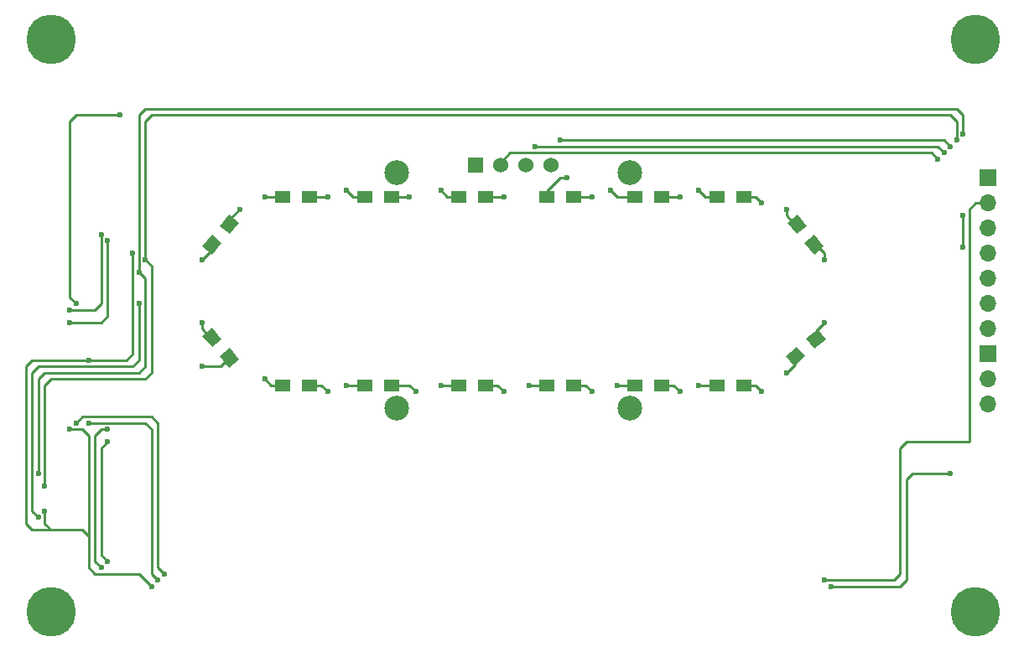
<source format=gtl>
G04 #@! TF.FileFunction,Copper,L1,Top,Signal*
%FSLAX46Y46*%
G04 Gerber Fmt 4.6, Leading zero omitted, Abs format (unit mm)*
G04 Created by KiCad (PCBNEW 4.0.7) date 02/09/20 20:32:46*
%MOMM*%
%LPD*%
G01*
G04 APERTURE LIST*
%ADD10C,0.100000*%
%ADD11C,2.500000*%
%ADD12R,1.524000X1.524000*%
%ADD13C,1.524000*%
%ADD14R,1.700000X1.700000*%
%ADD15O,1.700000X1.700000*%
%ADD16C,5.000000*%
%ADD17R,1.500000X1.300000*%
%ADD18C,0.600000*%
%ADD19C,0.250000*%
G04 APERTURE END LIST*
D10*
D11*
X132085000Y-118480000D03*
X108585000Y-118480000D03*
X132085000Y-94680000D03*
D12*
X116525000Y-93980000D03*
D13*
X119065000Y-93980000D03*
X121605000Y-93980000D03*
X124145000Y-93980000D03*
D11*
X108585000Y-94680000D03*
D14*
X168275000Y-95250000D03*
D15*
X168275000Y-97790000D03*
X168275000Y-100330000D03*
X168275000Y-102870000D03*
X168275000Y-105410000D03*
X168275000Y-107950000D03*
X168275000Y-110490000D03*
D16*
X73660000Y-139065000D03*
X167005000Y-139065000D03*
X167005000Y-81280000D03*
X73660000Y-81280000D03*
D14*
X168275000Y-113030000D03*
D15*
X168275000Y-115570000D03*
X168275000Y-118110000D03*
D17*
X140890000Y-116205000D03*
X143590000Y-116205000D03*
X132635000Y-116205000D03*
X135335000Y-116205000D03*
X123745000Y-116205000D03*
X126445000Y-116205000D03*
X114855000Y-116205000D03*
X117555000Y-116205000D03*
X105330000Y-116205000D03*
X108030000Y-116205000D03*
X97075000Y-116205000D03*
X99775000Y-116205000D03*
D10*
G36*
X88957217Y-111204119D02*
X89953075Y-110368495D01*
X90917257Y-111517561D01*
X89921399Y-112353185D01*
X88957217Y-111204119D01*
X88957217Y-111204119D01*
G37*
G36*
X90692743Y-113272439D02*
X91688601Y-112436815D01*
X92652783Y-113585881D01*
X91656925Y-114421505D01*
X90692743Y-113272439D01*
X90692743Y-113272439D01*
G37*
G36*
X91656925Y-98938495D02*
X92652783Y-99774119D01*
X91688601Y-100923185D01*
X90692743Y-100087561D01*
X91656925Y-98938495D01*
X91656925Y-98938495D01*
G37*
G36*
X89921399Y-101006815D02*
X90917257Y-101842439D01*
X89953075Y-102991505D01*
X88957217Y-102155881D01*
X89921399Y-101006815D01*
X89921399Y-101006815D01*
G37*
D17*
X99775000Y-97155000D03*
X97075000Y-97155000D03*
X108030000Y-97155000D03*
X105330000Y-97155000D03*
X117555000Y-97155000D03*
X114855000Y-97155000D03*
X126445000Y-97155000D03*
X123745000Y-97155000D03*
X135335000Y-97155000D03*
X132635000Y-97155000D03*
X143590000Y-97155000D03*
X140890000Y-97155000D03*
D10*
G36*
X151707783Y-102155881D02*
X150711925Y-102991505D01*
X149747743Y-101842439D01*
X150743601Y-101006815D01*
X151707783Y-102155881D01*
X151707783Y-102155881D01*
G37*
G36*
X149972257Y-100087561D02*
X148976399Y-100923185D01*
X148012217Y-99774119D01*
X149008075Y-98938495D01*
X149972257Y-100087561D01*
X149972257Y-100087561D01*
G37*
G36*
X148669119Y-114242783D02*
X147833495Y-113246925D01*
X148982561Y-112282743D01*
X149818185Y-113278601D01*
X148669119Y-114242783D01*
X148669119Y-114242783D01*
G37*
G36*
X150737439Y-112507257D02*
X149901815Y-111511399D01*
X151050881Y-110547217D01*
X151886505Y-111543075D01*
X150737439Y-112507257D01*
X150737439Y-112507257D01*
G37*
D18*
X130810000Y-116205000D03*
X92710000Y-98425000D03*
X101600000Y-97155000D03*
X88900000Y-109855000D03*
X95250000Y-115570000D03*
X109855000Y-97155000D03*
X103505000Y-116205000D03*
X113030000Y-116205000D03*
X121920000Y-116205000D03*
X119380000Y-97155000D03*
X128270000Y-97155000D03*
X137160000Y-97155000D03*
X147955000Y-114935000D03*
X145415000Y-97790000D03*
X151765000Y-103505000D03*
X139065000Y-116205000D03*
X164465000Y-92075000D03*
X125095000Y-91440000D03*
X163830000Y-92710000D03*
X122555000Y-92075000D03*
X163195000Y-93345000D03*
X81915000Y-102870000D03*
X77470000Y-113665000D03*
X75565000Y-120650000D03*
X152400000Y-136525000D03*
X73025000Y-128905000D03*
X83820000Y-136525000D03*
X164465000Y-125095000D03*
X145415000Y-116840000D03*
X137160000Y-116840000D03*
X77470000Y-120015000D03*
X84455000Y-135890000D03*
X151765000Y-135890000D03*
X165100000Y-91440000D03*
X83185000Y-103505000D03*
X73025000Y-126365000D03*
X165735000Y-99060000D03*
X165735000Y-90805000D03*
X165735000Y-102235000D03*
X82550000Y-104775000D03*
X72390000Y-125095000D03*
X76200000Y-120015000D03*
X85090000Y-135255000D03*
X78740000Y-134620000D03*
X79375000Y-120650000D03*
X128270000Y-116840000D03*
X119380000Y-116840000D03*
X110490000Y-116840000D03*
X101600000Y-116840000D03*
X88900000Y-114300000D03*
X88900000Y-103505000D03*
X79375000Y-133985000D03*
X79375000Y-121920000D03*
X82550000Y-107950000D03*
X72390000Y-129540000D03*
X95250000Y-97155000D03*
X103505000Y-96520000D03*
X113030000Y-96520000D03*
X125730000Y-95250000D03*
X130175000Y-96520000D03*
X139065000Y-96520000D03*
X147955000Y-98425000D03*
X151765000Y-109855000D03*
X76200000Y-107950000D03*
X80645000Y-88900000D03*
X79375000Y-101600000D03*
X75565000Y-109855000D03*
X78740000Y-100965000D03*
X75565000Y-108585000D03*
D19*
X132635000Y-116205000D02*
X130810000Y-116205000D01*
X91672763Y-99930840D02*
X91672763Y-99462237D01*
X91672763Y-99462237D02*
X92710000Y-98425000D01*
X99775000Y-97155000D02*
X101600000Y-97155000D01*
X89937237Y-111360840D02*
X89770840Y-111360840D01*
X89770840Y-111360840D02*
X88900000Y-110490000D01*
X88900000Y-110490000D02*
X88900000Y-109855000D01*
X97075000Y-116205000D02*
X95885000Y-116205000D01*
X95885000Y-116205000D02*
X95250000Y-115570000D01*
X108030000Y-97155000D02*
X109855000Y-97155000D01*
X105330000Y-116205000D02*
X103505000Y-116205000D01*
X114855000Y-116205000D02*
X113030000Y-116205000D01*
X123745000Y-116205000D02*
X121920000Y-116205000D01*
X117555000Y-97155000D02*
X119380000Y-97155000D01*
X126445000Y-97155000D02*
X128270000Y-97155000D01*
X135335000Y-97155000D02*
X137160000Y-97155000D01*
X148825840Y-113262763D02*
X148825840Y-114064160D01*
X148825840Y-114064160D02*
X147955000Y-114935000D01*
X143590000Y-97155000D02*
X144780000Y-97155000D01*
X144780000Y-97155000D02*
X145415000Y-97790000D01*
X150727763Y-101999160D02*
X150894160Y-101999160D01*
X150894160Y-101999160D02*
X151765000Y-102870000D01*
X151765000Y-102870000D02*
X151765000Y-103505000D01*
X140890000Y-116205000D02*
X139065000Y-116205000D01*
X163830000Y-91440000D02*
X164465000Y-92075000D01*
X158115000Y-91440000D02*
X163830000Y-91440000D01*
X125095000Y-91440000D02*
X136525000Y-91440000D01*
X158115000Y-91440000D02*
X136525000Y-91440000D01*
X157480000Y-92075000D02*
X163195000Y-92075000D01*
X122555000Y-92075000D02*
X131445000Y-92075000D01*
X157480000Y-92075000D02*
X131445000Y-92075000D01*
X163195000Y-92075000D02*
X163830000Y-92710000D01*
X157480000Y-92710000D02*
X162560000Y-92710000D01*
X119065000Y-93660000D02*
X120015000Y-92710000D01*
X120015000Y-92710000D02*
X135255000Y-92710000D01*
X157480000Y-92710000D02*
X135255000Y-92710000D01*
X162560000Y-92710000D02*
X163195000Y-93345000D01*
X119065000Y-93980000D02*
X119065000Y-93660000D01*
X77470000Y-113665000D02*
X81280000Y-113665000D01*
X81915000Y-113030000D02*
X81915000Y-102870000D01*
X81280000Y-113665000D02*
X81915000Y-113030000D01*
X71120000Y-114300000D02*
X71755000Y-113665000D01*
X71755000Y-113665000D02*
X77470000Y-113665000D01*
X73660000Y-130810000D02*
X71755000Y-130810000D01*
X71120000Y-130175000D02*
X71120000Y-114300000D01*
X71755000Y-130810000D02*
X71120000Y-130175000D01*
X73025000Y-130175000D02*
X73660000Y-130810000D01*
X76835000Y-130810000D02*
X77470000Y-131445000D01*
X73660000Y-130810000D02*
X76835000Y-130810000D01*
X78105000Y-135255000D02*
X77470000Y-134620000D01*
X77470000Y-134620000D02*
X77470000Y-131445000D01*
X77470000Y-131445000D02*
X77470000Y-121285000D01*
X77470000Y-121285000D02*
X76835000Y-120650000D01*
X76835000Y-120650000D02*
X75565000Y-120650000D01*
X152400000Y-136525000D02*
X159385000Y-136525000D01*
X159385000Y-136525000D02*
X160020000Y-135890000D01*
X160020000Y-135890000D02*
X160020000Y-125730000D01*
X73025000Y-128905000D02*
X73025000Y-130175000D01*
X78105000Y-135255000D02*
X82550000Y-135255000D01*
X82550000Y-135255000D02*
X83820000Y-136525000D01*
X160655000Y-125095000D02*
X160020000Y-125730000D01*
X164465000Y-125095000D02*
X160655000Y-125095000D01*
X143590000Y-116205000D02*
X144780000Y-116205000D01*
X144780000Y-116205000D02*
X145415000Y-116840000D01*
X135335000Y-116205000D02*
X136525000Y-116205000D01*
X136525000Y-116205000D02*
X137160000Y-116840000D01*
X159385000Y-122555000D02*
X160020000Y-121920000D01*
X166370000Y-98425000D02*
X167005000Y-97790000D01*
X166370000Y-121920000D02*
X166370000Y-98425000D01*
X160020000Y-121920000D02*
X166370000Y-121920000D01*
X77470000Y-120015000D02*
X83185000Y-120015000D01*
X83820000Y-135255000D02*
X84455000Y-135890000D01*
X83820000Y-120650000D02*
X83820000Y-135255000D01*
X83185000Y-120015000D02*
X83820000Y-120650000D01*
X167005000Y-97790000D02*
X168275000Y-97790000D01*
X159385000Y-135255000D02*
X159385000Y-122555000D01*
X158750000Y-135890000D02*
X159385000Y-135255000D01*
X151765000Y-135890000D02*
X158750000Y-135890000D01*
X163830000Y-88900000D02*
X164465000Y-88900000D01*
X164465000Y-88900000D02*
X165100000Y-89535000D01*
X165100000Y-89535000D02*
X165100000Y-91440000D01*
X83185000Y-100330000D02*
X83185000Y-89535000D01*
X83185000Y-103505000D02*
X83185000Y-100330000D01*
X83820000Y-88900000D02*
X163830000Y-88900000D01*
X83185000Y-89535000D02*
X83820000Y-88900000D01*
X82550000Y-115570000D02*
X83185000Y-115570000D01*
X83820000Y-104140000D02*
X83185000Y-103505000D01*
X83820000Y-114935000D02*
X83820000Y-104140000D01*
X83185000Y-115570000D02*
X83820000Y-114935000D01*
X73025000Y-116205000D02*
X73660000Y-115570000D01*
X73660000Y-115570000D02*
X82550000Y-115570000D01*
X73025000Y-116205000D02*
X73025000Y-126365000D01*
X164465000Y-88265000D02*
X165100000Y-88265000D01*
X165100000Y-88265000D02*
X165735000Y-88900000D01*
X165735000Y-88900000D02*
X165735000Y-90805000D01*
X164465000Y-88265000D02*
X136525000Y-88265000D01*
X82550000Y-88900000D02*
X83185000Y-88265000D01*
X83185000Y-88265000D02*
X136525000Y-88265000D01*
X82550000Y-104775000D02*
X82550000Y-100965000D01*
X82550000Y-100965000D02*
X82550000Y-88900000D01*
X165735000Y-99060000D02*
X165735000Y-102235000D01*
X82550000Y-114935000D02*
X81915000Y-114935000D01*
X83185000Y-114300000D02*
X82550000Y-114935000D01*
X83185000Y-105410000D02*
X83185000Y-114300000D01*
X82550000Y-104775000D02*
X83185000Y-105410000D01*
X73025000Y-114935000D02*
X72390000Y-115570000D01*
X72390000Y-115570000D02*
X72390000Y-125095000D01*
X81915000Y-114935000D02*
X73025000Y-114935000D01*
X84455000Y-129540000D02*
X84455000Y-120015000D01*
X83820000Y-119380000D02*
X84455000Y-120015000D01*
X76835000Y-119380000D02*
X83820000Y-119380000D01*
X76835000Y-119380000D02*
X76200000Y-120015000D01*
X84455000Y-134620000D02*
X85090000Y-135255000D01*
X84455000Y-129540000D02*
X84455000Y-134620000D01*
X78740000Y-120650000D02*
X78105000Y-121285000D01*
X78105000Y-133985000D02*
X78105000Y-121285000D01*
X78105000Y-133985000D02*
X78740000Y-134620000D01*
X78740000Y-120650000D02*
X79375000Y-120650000D01*
X126445000Y-116205000D02*
X127635000Y-116205000D01*
X127635000Y-116205000D02*
X128270000Y-116840000D01*
X117555000Y-116205000D02*
X118745000Y-116205000D01*
X118745000Y-116205000D02*
X119380000Y-116840000D01*
X108030000Y-116205000D02*
X109855000Y-116205000D01*
X109855000Y-116205000D02*
X110490000Y-116840000D01*
X99775000Y-116205000D02*
X100965000Y-116205000D01*
X100965000Y-116205000D02*
X101600000Y-116840000D01*
X90805000Y-114300000D02*
X91672763Y-113432237D01*
X88900000Y-114300000D02*
X90805000Y-114300000D01*
X91672763Y-113432237D02*
X91672763Y-113429160D01*
X89937237Y-102467763D02*
X88900000Y-103505000D01*
X89937237Y-101999160D02*
X89937237Y-102467763D01*
X79375000Y-121920000D02*
X78740000Y-122555000D01*
X78740000Y-133350000D02*
X79375000Y-133985000D01*
X78740000Y-122555000D02*
X78740000Y-133350000D01*
X81280000Y-114300000D02*
X81915000Y-114300000D01*
X82550000Y-113665000D02*
X82550000Y-107950000D01*
X81915000Y-114300000D02*
X82550000Y-113665000D01*
X72390000Y-114300000D02*
X71755000Y-114935000D01*
X81280000Y-114300000D02*
X72390000Y-114300000D01*
X72390000Y-129540000D02*
X71755000Y-128905000D01*
X71755000Y-114935000D02*
X71755000Y-128905000D01*
X97075000Y-97155000D02*
X95250000Y-97155000D01*
X105330000Y-97155000D02*
X104140000Y-97155000D01*
X104140000Y-97155000D02*
X103505000Y-96520000D01*
X114855000Y-97155000D02*
X113665000Y-97155000D01*
X113665000Y-97155000D02*
X113030000Y-96520000D01*
X125095000Y-95250000D02*
X125730000Y-95250000D01*
X125095000Y-95250000D02*
X123745000Y-96600000D01*
X123745000Y-97155000D02*
X123745000Y-96600000D01*
X132635000Y-97155000D02*
X130810000Y-97155000D01*
X130810000Y-97155000D02*
X130175000Y-96520000D01*
X140890000Y-97155000D02*
X139700000Y-97155000D01*
X139700000Y-97155000D02*
X139065000Y-96520000D01*
X148992237Y-99930840D02*
X148825840Y-99930840D01*
X148825840Y-99930840D02*
X147955000Y-99060000D01*
X147955000Y-99060000D02*
X147955000Y-98425000D01*
X150894160Y-111527237D02*
X150894160Y-110725840D01*
X150894160Y-110725840D02*
X151765000Y-109855000D01*
X75565000Y-106680000D02*
X75565000Y-107315000D01*
X75565000Y-106680000D02*
X75565000Y-89535000D01*
X75565000Y-89535000D02*
X76200000Y-88900000D01*
X76200000Y-88900000D02*
X80645000Y-88900000D01*
X75565000Y-107315000D02*
X76200000Y-107950000D01*
X75565000Y-109855000D02*
X78740000Y-109855000D01*
X79375000Y-109220000D02*
X78740000Y-109855000D01*
X79375000Y-109220000D02*
X79375000Y-101600000D01*
X75565000Y-108585000D02*
X78105000Y-108585000D01*
X78740000Y-107950000D02*
X78105000Y-108585000D01*
X78740000Y-107950000D02*
X78740000Y-100965000D01*
M02*

</source>
